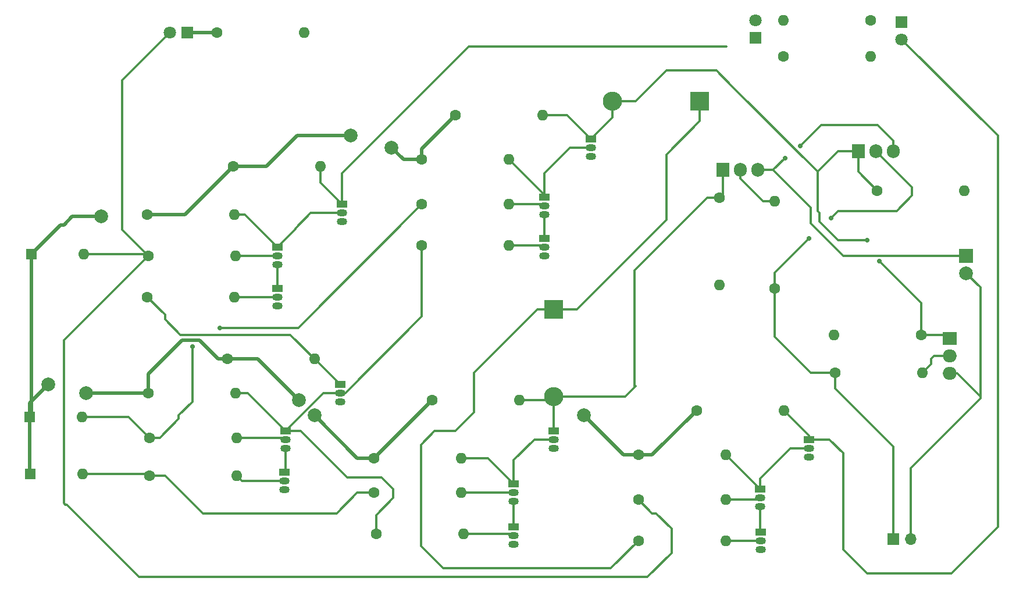
<source format=gtl>
G04 #@! TF.GenerationSoftware,KiCad,Pcbnew,8.0.8*
G04 #@! TF.CreationDate,2025-06-19T10:33:32-04:00*
G04 #@! TF.ProjectId,multimeter,6d756c74-696d-4657-9465-722e6b696361,rev?*
G04 #@! TF.SameCoordinates,Original*
G04 #@! TF.FileFunction,Copper,L1,Top*
G04 #@! TF.FilePolarity,Positive*
%FSLAX46Y46*%
G04 Gerber Fmt 4.6, Leading zero omitted, Abs format (unit mm)*
G04 Created by KiCad (PCBNEW 8.0.8) date 2025-06-19 10:33:32*
%MOMM*%
%LPD*%
G01*
G04 APERTURE LIST*
G04 #@! TA.AperFunction,ComponentPad*
%ADD10C,1.600000*%
G04 #@! TD*
G04 #@! TA.AperFunction,ComponentPad*
%ADD11O,1.600000X1.600000*%
G04 #@! TD*
G04 #@! TA.AperFunction,ComponentPad*
%ADD12R,1.905000X2.000000*%
G04 #@! TD*
G04 #@! TA.AperFunction,ComponentPad*
%ADD13O,1.905000X2.000000*%
G04 #@! TD*
G04 #@! TA.AperFunction,ComponentPad*
%ADD14R,1.500000X1.050000*%
G04 #@! TD*
G04 #@! TA.AperFunction,ComponentPad*
%ADD15O,1.500000X1.050000*%
G04 #@! TD*
G04 #@! TA.AperFunction,ComponentPad*
%ADD16R,2.000000X2.000000*%
G04 #@! TD*
G04 #@! TA.AperFunction,ComponentPad*
%ADD17C,2.000000*%
G04 #@! TD*
G04 #@! TA.AperFunction,ComponentPad*
%ADD18R,2.000000X1.905000*%
G04 #@! TD*
G04 #@! TA.AperFunction,ComponentPad*
%ADD19O,2.000000X1.905000*%
G04 #@! TD*
G04 #@! TA.AperFunction,ComponentPad*
%ADD20R,1.700000X1.700000*%
G04 #@! TD*
G04 #@! TA.AperFunction,ComponentPad*
%ADD21O,1.700000X1.700000*%
G04 #@! TD*
G04 #@! TA.AperFunction,ComponentPad*
%ADD22R,2.800000X2.800000*%
G04 #@! TD*
G04 #@! TA.AperFunction,ComponentPad*
%ADD23O,2.800000X2.800000*%
G04 #@! TD*
G04 #@! TA.AperFunction,ComponentPad*
%ADD24R,1.600000X1.600000*%
G04 #@! TD*
G04 #@! TA.AperFunction,ComponentPad*
%ADD25R,1.800000X1.800000*%
G04 #@! TD*
G04 #@! TA.AperFunction,ComponentPad*
%ADD26C,1.800000*%
G04 #@! TD*
G04 #@! TA.AperFunction,ViaPad*
%ADD27C,2.000000*%
G04 #@! TD*
G04 #@! TA.AperFunction,ViaPad*
%ADD28C,0.700000*%
G04 #@! TD*
G04 #@! TA.AperFunction,Conductor*
%ADD29C,0.500000*%
G04 #@! TD*
G04 #@! TA.AperFunction,Conductor*
%ADD30C,0.300000*%
G04 #@! TD*
G04 APERTURE END LIST*
D10*
X163300000Y-88500000D03*
D11*
X176000000Y-88500000D03*
D12*
X146960000Y-59000000D03*
D13*
X149500000Y-59000000D03*
X152040000Y-59000000D03*
D14*
X116490000Y-104730000D03*
D15*
X116490000Y-106000000D03*
X116490000Y-107270000D03*
D10*
X146500000Y-63055000D03*
D11*
X146500000Y-75755000D03*
D10*
X96500000Y-112000000D03*
D11*
X109200000Y-112000000D03*
D16*
X182400000Y-71475000D03*
D17*
X182400000Y-74015000D03*
D10*
X134650000Y-113000000D03*
D11*
X147350000Y-113000000D03*
D14*
X122350000Y-96960000D03*
D15*
X122350000Y-98230000D03*
X122350000Y-99500000D03*
D10*
X103150000Y-57500000D03*
D11*
X115850000Y-57500000D03*
D18*
X180000000Y-83500000D03*
D19*
X180000000Y-86040000D03*
X180000000Y-88580000D03*
D14*
X83290000Y-97000000D03*
D15*
X83290000Y-98270000D03*
X83290000Y-99540000D03*
D10*
X168500000Y-37250000D03*
D11*
X155800000Y-37250000D03*
D14*
X127750000Y-54500000D03*
D15*
X127750000Y-55770000D03*
X127750000Y-57040000D03*
D20*
X171750000Y-112750000D03*
D21*
X174290000Y-112750000D03*
D12*
X166670000Y-56250000D03*
D13*
X169210000Y-56250000D03*
X171750000Y-56250000D03*
D22*
X143600000Y-49000000D03*
D23*
X130900000Y-49000000D03*
D14*
X120990000Y-63000000D03*
D15*
X120990000Y-64270000D03*
X120990000Y-65540000D03*
D14*
X152490000Y-111730000D03*
D15*
X152490000Y-113000000D03*
X152490000Y-114270000D03*
D14*
X120990000Y-69000000D03*
D15*
X120990000Y-70270000D03*
X120990000Y-71540000D03*
D14*
X82140000Y-70230000D03*
D15*
X82140000Y-71500000D03*
X82140000Y-72770000D03*
D10*
X63150000Y-77500000D03*
D11*
X75850000Y-77500000D03*
D14*
X91290000Y-90230000D03*
D15*
X91290000Y-91500000D03*
X91290000Y-92770000D03*
D10*
X75650000Y-58500000D03*
D11*
X88350000Y-58500000D03*
D10*
X104650000Y-92500000D03*
D11*
X117350000Y-92500000D03*
D10*
X63150000Y-65500000D03*
D11*
X75850000Y-65500000D03*
D14*
X152350000Y-105500000D03*
D15*
X152350000Y-106770000D03*
X152350000Y-108040000D03*
D14*
X83150000Y-103000000D03*
D15*
X83150000Y-104270000D03*
X83150000Y-105540000D03*
D10*
X103150000Y-64000000D03*
D11*
X115850000Y-64000000D03*
D10*
X134650000Y-100500000D03*
D11*
X147350000Y-100500000D03*
D14*
X82140000Y-76230000D03*
D15*
X82140000Y-77500000D03*
X82140000Y-78770000D03*
D10*
X63300000Y-71500000D03*
D11*
X76000000Y-71500000D03*
D10*
X169400000Y-62000000D03*
D11*
X182100000Y-62000000D03*
D10*
X134650000Y-107000000D03*
D11*
X147350000Y-107000000D03*
D10*
X63450000Y-103500000D03*
D11*
X76150000Y-103500000D03*
D14*
X116490000Y-111000000D03*
D15*
X116490000Y-112270000D03*
X116490000Y-113540000D03*
D24*
X46325000Y-71250000D03*
D11*
X53945000Y-71250000D03*
D10*
X96150000Y-101000000D03*
D11*
X108850000Y-101000000D03*
D25*
X151750000Y-39775000D03*
D26*
X151750000Y-37235000D03*
D24*
X46075000Y-95000000D03*
D11*
X53695000Y-95000000D03*
D22*
X122350000Y-79300000D03*
D23*
X122350000Y-92000000D03*
D10*
X154500000Y-76255000D03*
D11*
X154500000Y-63555000D03*
D10*
X143150000Y-94000000D03*
D11*
X155850000Y-94000000D03*
D10*
X103150000Y-70000000D03*
D11*
X115850000Y-70000000D03*
D10*
X175850000Y-83000000D03*
D11*
X163150000Y-83000000D03*
D14*
X159490000Y-98230000D03*
D15*
X159490000Y-99500000D03*
X159490000Y-100770000D03*
D10*
X96150000Y-106000000D03*
D11*
X108850000Y-106000000D03*
D10*
X63450000Y-98000000D03*
D11*
X76150000Y-98000000D03*
D25*
X173000000Y-37475000D03*
D26*
X173000000Y-40015000D03*
D10*
X74800000Y-86500000D03*
D11*
X87500000Y-86500000D03*
D24*
X46130000Y-103250000D03*
D11*
X53750000Y-103250000D03*
D10*
X155800000Y-42500000D03*
D11*
X168500000Y-42500000D03*
D10*
X63300000Y-91500000D03*
D11*
X76000000Y-91500000D03*
D10*
X108050000Y-51000000D03*
D11*
X120750000Y-51000000D03*
D25*
X69000000Y-39000000D03*
D26*
X66460000Y-39000000D03*
D14*
X91500000Y-64000000D03*
D15*
X91500000Y-65270000D03*
X91500000Y-66540000D03*
D10*
X73300000Y-39000000D03*
D11*
X86000000Y-39000000D03*
D27*
X98750000Y-55750000D03*
X48750000Y-90250000D03*
X87500000Y-94750000D03*
X126750000Y-94750000D03*
X85250000Y-92500000D03*
X92750000Y-54000000D03*
X56500000Y-65750000D03*
X54250000Y-91500000D03*
D28*
X169750000Y-72250000D03*
X168000000Y-69250000D03*
X69750000Y-84750000D03*
X73750000Y-82000000D03*
X162750000Y-66000000D03*
X159500000Y-69000000D03*
X156000000Y-57250000D03*
X158250000Y-55500000D03*
D29*
X136650000Y-100500000D02*
X143150000Y-94000000D01*
X63300000Y-88700000D02*
X68250000Y-83750000D01*
X98750000Y-55750000D02*
X100500000Y-57500000D01*
X63150000Y-65500000D02*
X68650000Y-65500000D01*
X80500000Y-58500000D02*
X85000000Y-54000000D01*
X79250000Y-86500000D02*
X85250000Y-92500000D01*
X46325000Y-94750000D02*
X46075000Y-95000000D01*
X46075000Y-95000000D02*
X46075000Y-92925000D01*
X93750000Y-101000000D02*
X96150000Y-101000000D01*
X46075000Y-95000000D02*
X46075000Y-103195000D01*
X46075000Y-92925000D02*
X48750000Y-90250000D01*
X46325000Y-71250000D02*
X50575000Y-67000000D01*
X73500000Y-86500000D02*
X74800000Y-86500000D01*
X126750000Y-94750000D02*
X132500000Y-100500000D01*
X68250000Y-83750000D02*
X70750000Y-83750000D01*
X100500000Y-57500000D02*
X103150000Y-57500000D01*
X96150000Y-101000000D02*
X104650000Y-92500000D01*
X70750000Y-83750000D02*
X73500000Y-86500000D01*
X103150000Y-57500000D02*
X103150000Y-55900000D01*
X75650000Y-58500000D02*
X80500000Y-58500000D01*
X87500000Y-94750000D02*
X93750000Y-101000000D01*
X54250000Y-91500000D02*
X63300000Y-91500000D01*
X50575000Y-67000000D02*
X51000000Y-67000000D01*
X85000000Y-54000000D02*
X92750000Y-54000000D01*
X63300000Y-91500000D02*
X63300000Y-88700000D01*
X103150000Y-55900000D02*
X108050000Y-51000000D01*
X134650000Y-100500000D02*
X136650000Y-100500000D01*
X68650000Y-65500000D02*
X75650000Y-58500000D01*
X51000000Y-67000000D02*
X52250000Y-65750000D01*
X74800000Y-86500000D02*
X79250000Y-86500000D01*
X46325000Y-71250000D02*
X46325000Y-94750000D01*
X132500000Y-100500000D02*
X134650000Y-100500000D01*
X46075000Y-103195000D02*
X46130000Y-103250000D01*
X52250000Y-65750000D02*
X56500000Y-65750000D01*
D30*
X88350000Y-60850000D02*
X91500000Y-64000000D01*
X88350000Y-58500000D02*
X88350000Y-60850000D01*
X110000000Y-41000000D02*
X147500000Y-41000000D01*
X91500000Y-59500000D02*
X110000000Y-41000000D01*
X91500000Y-64000000D02*
X91500000Y-59500000D01*
X136000000Y-118250000D02*
X139500000Y-114750000D01*
X63050000Y-71250000D02*
X63300000Y-71500000D01*
X139500000Y-111250000D02*
X137250000Y-109000000D01*
X59500000Y-67700000D02*
X59500000Y-45960000D01*
X51000000Y-107500000D02*
X51250000Y-107750000D01*
X59500000Y-45960000D02*
X66460000Y-39000000D01*
X139500000Y-114750000D02*
X139500000Y-111250000D01*
X51250000Y-107750000D02*
X51500000Y-107750000D01*
X51500000Y-107750000D02*
X62000000Y-118250000D01*
X63300000Y-71500000D02*
X51000000Y-83800000D01*
X137250000Y-109000000D02*
X136650000Y-109000000D01*
X53945000Y-71250000D02*
X63050000Y-71250000D01*
X62000000Y-118250000D02*
X136000000Y-118250000D01*
X51000000Y-83800000D02*
X51000000Y-107500000D01*
X63300000Y-71500000D02*
X59500000Y-67700000D01*
X136650000Y-109000000D02*
X134650000Y-107000000D01*
D29*
X69000000Y-39000000D02*
X73300000Y-39000000D01*
D30*
X180250000Y-117750000D02*
X187000000Y-111000000D01*
X168000000Y-117750000D02*
X180250000Y-117750000D01*
X155850000Y-94000000D02*
X159490000Y-97640000D01*
X159490000Y-98230000D02*
X162480000Y-98230000D01*
X164500000Y-114250000D02*
X168000000Y-117750000D01*
X159490000Y-97640000D02*
X159490000Y-98230000D01*
X162480000Y-98230000D02*
X164500000Y-100250000D01*
X187000000Y-111000000D02*
X187000000Y-54015000D01*
X187000000Y-54015000D02*
X173000000Y-40015000D01*
X164500000Y-100250000D02*
X164500000Y-114250000D01*
X163750000Y-69250000D02*
X168000000Y-69250000D01*
X148250000Y-46750000D02*
X160750000Y-59250000D01*
X161000000Y-66500000D02*
X163750000Y-69250000D01*
X146000000Y-44500000D02*
X148250000Y-46750000D01*
X175850000Y-83000000D02*
X179500000Y-83000000D01*
X169750000Y-72250000D02*
X175850000Y-78350000D01*
X163750000Y-56250000D02*
X166670000Y-56250000D01*
X179500000Y-83000000D02*
X180000000Y-83500000D01*
X130900000Y-49000000D02*
X134250000Y-49000000D01*
X160750000Y-59250000D02*
X160750000Y-65000000D01*
X160750000Y-65000000D02*
X161000000Y-65250000D01*
X175850000Y-78350000D02*
X175850000Y-83000000D01*
X166670000Y-56250000D02*
X166670000Y-59270000D01*
X120750000Y-51000000D02*
X124250000Y-51000000D01*
X160750000Y-59250000D02*
X163750000Y-56250000D01*
X134250000Y-49000000D02*
X138750000Y-44500000D01*
X130900000Y-51350000D02*
X127750000Y-54500000D01*
X124250000Y-51000000D02*
X127750000Y-54500000D01*
X138750000Y-44500000D02*
X146000000Y-44500000D01*
X166670000Y-59270000D02*
X169400000Y-62000000D01*
X161000000Y-65250000D02*
X161000000Y-66500000D01*
X130900000Y-49000000D02*
X130900000Y-51350000D01*
X110750000Y-88500000D02*
X110750000Y-94250000D01*
X143600000Y-51900000D02*
X143600000Y-49000000D01*
X122350000Y-79300000D02*
X119950000Y-79300000D01*
X108000000Y-97000000D02*
X105000000Y-97000000D01*
X138750000Y-66250000D02*
X138750000Y-56750000D01*
X105000000Y-97000000D02*
X103000000Y-99000000D01*
X106250000Y-117000000D02*
X130650000Y-117000000D01*
X110750000Y-94250000D02*
X108000000Y-97000000D01*
X125700000Y-79300000D02*
X138750000Y-66250000D01*
X122350000Y-79300000D02*
X125700000Y-79300000D01*
X130650000Y-117000000D02*
X134650000Y-113000000D01*
X103000000Y-113750000D02*
X106250000Y-117000000D01*
X119950000Y-79300000D02*
X110750000Y-88500000D01*
X138750000Y-56750000D02*
X143600000Y-51900000D01*
X103000000Y-99000000D02*
X103000000Y-113750000D01*
X146960000Y-59000000D02*
X146960000Y-62595000D01*
X144695000Y-63055000D02*
X146000000Y-63055000D01*
X132750000Y-92000000D02*
X134125000Y-90625000D01*
X122350000Y-92000000D02*
X132750000Y-92000000D01*
X121850000Y-92500000D02*
X122350000Y-92000000D01*
X146960000Y-62595000D02*
X146500000Y-63055000D01*
X117350000Y-92500000D02*
X121850000Y-92500000D01*
X122350000Y-96960000D02*
X122350000Y-92000000D01*
X134125000Y-90625000D02*
X134250000Y-90500000D01*
X134125000Y-73625000D02*
X144695000Y-63055000D01*
X146500000Y-59460000D02*
X146960000Y-59000000D01*
X134125000Y-90625000D02*
X134125000Y-73625000D01*
X85500000Y-97000000D02*
X83290000Y-97000000D01*
X103150000Y-70000000D02*
X103150000Y-80345000D01*
X92250000Y-103750000D02*
X85500000Y-97000000D01*
X83290000Y-97000000D02*
X88790000Y-91500000D01*
X77790000Y-91500000D02*
X83290000Y-97000000D01*
X88790000Y-91500000D02*
X91290000Y-91500000D01*
X96500000Y-109250000D02*
X99000000Y-106750000D01*
X97250000Y-103750000D02*
X92250000Y-103750000D01*
X99000000Y-106750000D02*
X99000000Y-105500000D01*
X103150000Y-80345000D02*
X91995000Y-91500000D01*
X96500000Y-112000000D02*
X96500000Y-109250000D01*
X99000000Y-105500000D02*
X97250000Y-103750000D01*
X91995000Y-91500000D02*
X91290000Y-91500000D01*
X76000000Y-91500000D02*
X77790000Y-91500000D01*
X83290000Y-99540000D02*
X83290000Y-102860000D01*
X83290000Y-102860000D02*
X83150000Y-103000000D01*
X76150000Y-98000000D02*
X83020000Y-98000000D01*
X83020000Y-98000000D02*
X83290000Y-98270000D01*
X76920000Y-104270000D02*
X83150000Y-104270000D01*
X76150000Y-103500000D02*
X76920000Y-104270000D01*
X91230000Y-90230000D02*
X91290000Y-90230000D01*
X84000000Y-83000000D02*
X68000000Y-83000000D01*
X87500000Y-86500000D02*
X84000000Y-83000000D01*
X68000000Y-83000000D02*
X65750000Y-80750000D01*
X87500000Y-86500000D02*
X91230000Y-90230000D01*
X65750000Y-80750000D02*
X65750000Y-80100000D01*
X65750000Y-80100000D02*
X63150000Y-77500000D01*
X76000000Y-71500000D02*
X82140000Y-71500000D01*
X84750000Y-67500000D02*
X86980000Y-65270000D01*
X86980000Y-65270000D02*
X91500000Y-65270000D01*
X77410000Y-65500000D02*
X82140000Y-70230000D01*
X75850000Y-65500000D02*
X77410000Y-65500000D01*
X84750000Y-67620000D02*
X84750000Y-67500000D01*
X82140000Y-70230000D02*
X84750000Y-67620000D01*
X82140000Y-72770000D02*
X82140000Y-76230000D01*
X75850000Y-77500000D02*
X82140000Y-77500000D01*
X120990000Y-65540000D02*
X120990000Y-69000000D01*
X120720000Y-64000000D02*
X120990000Y-64270000D01*
X115850000Y-64000000D02*
X120720000Y-64000000D01*
X115850000Y-57500000D02*
X120990000Y-62640000D01*
X120990000Y-59510000D02*
X124730000Y-55770000D01*
X120990000Y-62640000D02*
X120990000Y-63000000D01*
X120990000Y-63000000D02*
X120990000Y-59510000D01*
X124730000Y-55770000D02*
X127750000Y-55770000D01*
X120720000Y-70000000D02*
X120990000Y-70270000D01*
X115850000Y-70000000D02*
X120720000Y-70000000D01*
X116490000Y-104730000D02*
X116490000Y-101260000D01*
X112760000Y-101000000D02*
X116490000Y-104730000D01*
X108850000Y-101000000D02*
X112760000Y-101000000D01*
X116490000Y-101260000D02*
X119520000Y-98230000D01*
X119520000Y-98230000D02*
X122350000Y-98230000D01*
X116490000Y-107270000D02*
X116490000Y-111000000D01*
X108850000Y-106000000D02*
X116490000Y-106000000D01*
X116220000Y-112000000D02*
X116490000Y-112270000D01*
X109200000Y-112000000D02*
X116220000Y-112000000D01*
X152350000Y-108040000D02*
X152350000Y-111590000D01*
X152350000Y-111590000D02*
X152490000Y-111730000D01*
X152120000Y-107000000D02*
X152350000Y-106770000D01*
X147350000Y-107000000D02*
X152120000Y-107000000D01*
X152350000Y-103900000D02*
X156750000Y-99500000D01*
X156750000Y-99500000D02*
X159490000Y-99500000D01*
X152350000Y-105500000D02*
X152350000Y-103900000D01*
X147350000Y-100500000D02*
X152350000Y-105500000D01*
X147350000Y-113000000D02*
X152490000Y-113000000D01*
X152805000Y-63555000D02*
X154500000Y-63555000D01*
X149500000Y-60250000D02*
X152805000Y-63555000D01*
X149500000Y-59000000D02*
X149500000Y-60250000D01*
X176000000Y-88500000D02*
X177250000Y-87250000D01*
X177250000Y-87250000D02*
X177250000Y-86500000D01*
X177250000Y-86500000D02*
X177710000Y-86040000D01*
X177710000Y-86040000D02*
X180000000Y-86040000D01*
X184500000Y-92250000D02*
X174290000Y-102460000D01*
X184500000Y-92000000D02*
X184500000Y-92250000D01*
X184500000Y-76115000D02*
X184500000Y-92000000D01*
X181080000Y-88580000D02*
X184500000Y-92000000D01*
X174290000Y-102460000D02*
X174290000Y-112750000D01*
X180000000Y-88580000D02*
X181080000Y-88580000D01*
X182400000Y-74015000D02*
X184500000Y-76115000D01*
X60450000Y-95000000D02*
X63450000Y-98000000D01*
X67750000Y-94750000D02*
X69750000Y-92750000D01*
X85150000Y-82000000D02*
X103150000Y-64000000D01*
X65000000Y-98000000D02*
X67750000Y-95250000D01*
X69750000Y-92750000D02*
X69750000Y-84750000D01*
X67750000Y-95250000D02*
X67750000Y-94750000D01*
X63450000Y-98000000D02*
X65000000Y-98000000D01*
X53695000Y-95000000D02*
X60450000Y-95000000D01*
X73750000Y-82000000D02*
X85150000Y-82000000D01*
X53750000Y-103250000D02*
X63200000Y-103250000D01*
X71250000Y-109000000D02*
X65750000Y-103500000D01*
X96150000Y-106000000D02*
X93750000Y-106000000D01*
X63200000Y-103250000D02*
X63450000Y-103500000D01*
X65750000Y-103500000D02*
X63450000Y-103500000D01*
X93750000Y-106000000D02*
X90750000Y-109000000D01*
X90750000Y-109000000D02*
X71250000Y-109000000D01*
X159750000Y-88500000D02*
X154500000Y-83250000D01*
X174500000Y-61540000D02*
X169210000Y-56250000D01*
X162750000Y-66000000D02*
X163750000Y-65000000D01*
X154500000Y-83250000D02*
X154500000Y-76255000D01*
X163300000Y-90800000D02*
X171750000Y-99250000D01*
X163750000Y-65000000D02*
X172250000Y-65000000D01*
X163300000Y-88500000D02*
X159750000Y-88500000D01*
X171750000Y-99250000D02*
X171750000Y-112750000D01*
X172250000Y-65000000D02*
X174500000Y-62750000D01*
X174500000Y-62750000D02*
X174500000Y-61540000D01*
X154500000Y-74000000D02*
X159500000Y-69000000D01*
X163300000Y-88500000D02*
X163300000Y-90800000D01*
X154500000Y-76255000D02*
X154500000Y-74000000D01*
X161250000Y-52500000D02*
X169500000Y-52500000D01*
X152040000Y-59000000D02*
X154250000Y-59000000D01*
X159750000Y-66750000D02*
X164475000Y-71475000D01*
X171750000Y-54750000D02*
X171750000Y-56250000D01*
X154250000Y-59000000D02*
X159750000Y-64500000D01*
X159750000Y-64500000D02*
X159750000Y-66750000D01*
X154250000Y-59000000D02*
X156000000Y-57250000D01*
X164475000Y-71475000D02*
X182400000Y-71475000D01*
X158250000Y-55500000D02*
X161250000Y-52500000D01*
X169500000Y-52500000D02*
X171750000Y-54750000D01*
M02*

</source>
